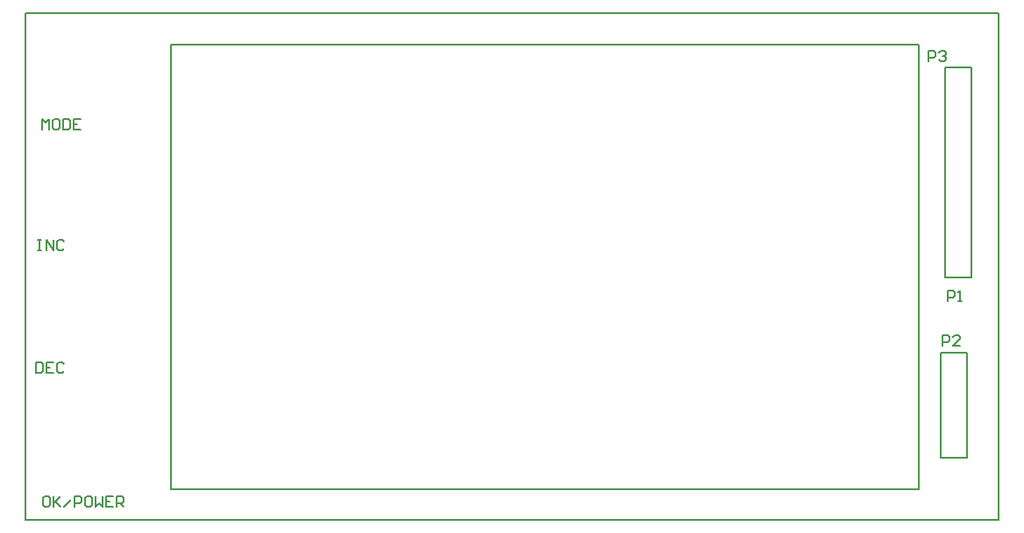
<source format=gto>
%FSLAX25Y25*%
%MOIN*%
G70*
G01*
G75*
%ADD10C,0.27559*%
%ADD11C,0.00800*%
%ADD12C,0.01000*%
%ADD13C,0.03000*%
%ADD14C,0.01500*%
%ADD15C,0.00500*%
%ADD16C,0.10236*%
%ADD17C,0.05906*%
%ADD18C,0.12205*%
%ADD19R,0.05906X0.05906*%
%ADD20C,0.02000*%
%ADD21C,0.03000*%
%ADD22C,0.07874*%
%ADD23O,0.08661X0.02362*%
%ADD24R,0.02756X0.03347*%
%ADD25R,0.03347X0.02756*%
%ADD26C,0.00787*%
D15*
X55386Y-181246D02*
X339874D01*
X55386D02*
Y-11954D01*
X339874D01*
Y-181246D02*
Y-11954D01*
X8799Y-183901D02*
X7467D01*
X6800Y-184568D01*
Y-187233D01*
X7467Y-187900D01*
X8799D01*
X9466Y-187233D01*
Y-184568D01*
X8799Y-183901D01*
X10799D02*
Y-187900D01*
Y-186567D01*
X13465Y-183901D01*
X11465Y-185901D01*
X13465Y-187900D01*
X14797D02*
X17463Y-185234D01*
X18796Y-187900D02*
Y-183901D01*
X20796D01*
X21462Y-184568D01*
Y-185901D01*
X20796Y-186567D01*
X18796D01*
X24794Y-183901D02*
X23461D01*
X22795Y-184568D01*
Y-187233D01*
X23461Y-187900D01*
X24794D01*
X25461Y-187233D01*
Y-184568D01*
X24794Y-183901D01*
X26794D02*
Y-187900D01*
X28126Y-186567D01*
X29459Y-187900D01*
Y-183901D01*
X33458D02*
X30792D01*
Y-187900D01*
X33458D01*
X30792Y-185901D02*
X32125D01*
X34791Y-187900D02*
Y-183901D01*
X36790D01*
X37457Y-184568D01*
Y-185901D01*
X36790Y-186567D01*
X34791D01*
X36124D02*
X37457Y-187900D01*
X4200Y-133101D02*
Y-137100D01*
X6199D01*
X6866Y-136433D01*
Y-133768D01*
X6199Y-133101D01*
X4200D01*
X10864D02*
X8199D01*
Y-137100D01*
X10864D01*
X8199Y-135101D02*
X9532D01*
X14863Y-133768D02*
X14197Y-133101D01*
X12864D01*
X12197Y-133768D01*
Y-136433D01*
X12864Y-137100D01*
X14197D01*
X14863Y-136433D01*
X4800Y-86201D02*
X6133D01*
X5466D01*
Y-90200D01*
X4800D01*
X6133D01*
X8132D02*
Y-86201D01*
X10798Y-90200D01*
Y-86201D01*
X14797Y-86868D02*
X14130Y-86201D01*
X12797D01*
X12131Y-86868D01*
Y-89534D01*
X12797Y-90200D01*
X14130D01*
X14797Y-89534D01*
X6600Y-44400D02*
Y-40401D01*
X7933Y-41734D01*
X9266Y-40401D01*
Y-44400D01*
X12598Y-40401D02*
X11265D01*
X10599Y-41068D01*
Y-43734D01*
X11265Y-44400D01*
X12598D01*
X13264Y-43734D01*
Y-41068D01*
X12598Y-40401D01*
X14597D02*
Y-44400D01*
X16597D01*
X17263Y-43734D01*
Y-41068D01*
X16597Y-40401D01*
X14597D01*
X21262D02*
X18596D01*
Y-44400D01*
X21262D01*
X18596Y-42401D02*
X19929D01*
X350700Y-109600D02*
Y-105601D01*
X352699D01*
X353366Y-106268D01*
Y-107601D01*
X352699Y-108267D01*
X350700D01*
X354699Y-109600D02*
X356032D01*
X355365D01*
Y-105601D01*
X354699Y-106268D01*
X348900Y-126700D02*
Y-122701D01*
X350899D01*
X351566Y-123368D01*
Y-124701D01*
X350899Y-125367D01*
X348900D01*
X355564Y-126700D02*
X352899D01*
X355564Y-124034D01*
Y-123368D01*
X354898Y-122701D01*
X353565D01*
X352899Y-123368D01*
X343460Y-18350D02*
Y-14351D01*
X345459D01*
X346126Y-15017D01*
Y-16350D01*
X345459Y-17017D01*
X343460D01*
X347459Y-15017D02*
X348125Y-14351D01*
X349458D01*
X350124Y-15017D01*
Y-15684D01*
X349458Y-16350D01*
X348792D01*
X349458D01*
X350124Y-17017D01*
Y-17683D01*
X349458Y-18350D01*
X348125D01*
X347459Y-17683D01*
X0Y-192913D02*
X370200D01*
X0Y0D02*
X370200D01*
X0Y-192913D02*
Y0D01*
X370079Y-192913D02*
Y0D01*
D26*
X348000Y-129400D02*
X358000D01*
Y-169400D02*
Y-129400D01*
X348000Y-169400D02*
Y-129400D01*
Y-169400D02*
X358000D01*
X349800Y-20600D02*
X359800D01*
Y-100600D02*
Y-20600D01*
X349800Y-100600D02*
X359800D01*
X349800D02*
Y-20600D01*
M02*

</source>
